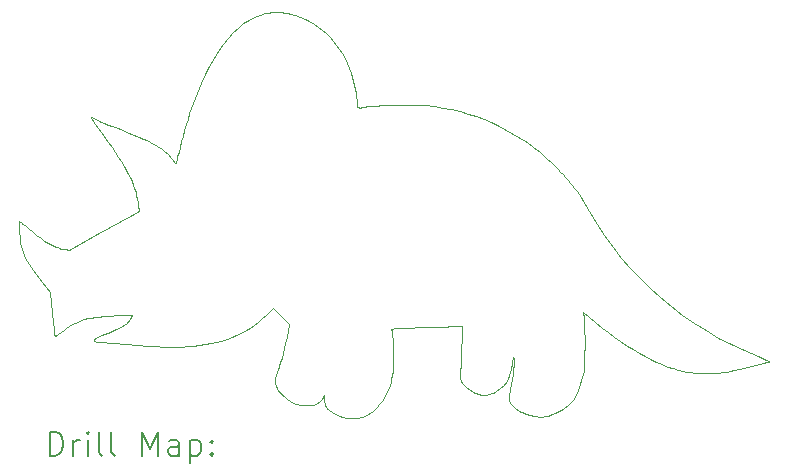
<source format=gbr>
%TF.GenerationSoftware,KiCad,Pcbnew,8.0.6+1*%
%TF.CreationDate,2024-12-11T00:22:32+00:00*%
%TF.ProjectId,Dino-Blinker,44696e6f-2d42-46c6-996e-6b65722e6b69,rev?*%
%TF.SameCoordinates,Original*%
%TF.FileFunction,Drillmap*%
%TF.FilePolarity,Positive*%
%FSLAX45Y45*%
G04 Gerber Fmt 4.5, Leading zero omitted, Abs format (unit mm)*
G04 Created by KiCad (PCBNEW 8.0.6+1) date 2024-12-11 00:22:32*
%MOMM*%
%LPD*%
G01*
G04 APERTURE LIST*
%ADD10C,0.100000*%
%ADD11C,0.200000*%
G04 APERTURE END LIST*
D10*
X13462000Y-8255000D02*
X13478352Y-8255809D01*
X13494752Y-8257134D01*
X13511147Y-8258973D01*
X13527483Y-8261320D01*
X13543706Y-8264174D01*
X13559763Y-8267530D01*
X13575599Y-8271384D01*
X13591161Y-8275734D01*
X13606395Y-8280576D01*
X13648213Y-8296055D01*
X13688528Y-8313706D01*
X13727311Y-8333499D01*
X13764535Y-8355404D01*
X13800170Y-8379392D01*
X13834189Y-8405434D01*
X13866563Y-8433501D01*
X13897264Y-8463561D01*
X13926263Y-8495588D01*
X13953532Y-8529549D01*
X13979043Y-8565417D01*
X14002768Y-8603162D01*
X14024677Y-8642754D01*
X14044742Y-8684163D01*
X14062937Y-8727361D01*
X14079230Y-8772318D01*
X14088127Y-8801322D01*
X14096927Y-8834410D01*
X14105298Y-8869896D01*
X14112905Y-8906098D01*
X14119417Y-8941329D01*
X14124500Y-8973906D01*
X14127821Y-9002144D01*
X14128717Y-9014110D01*
X14129048Y-9024360D01*
X14129098Y-9032179D01*
X14129281Y-9038998D01*
X14129466Y-9042046D01*
X14129738Y-9044860D01*
X14130113Y-9047445D01*
X14130610Y-9049807D01*
X14131246Y-9051951D01*
X14132039Y-9053883D01*
X14133006Y-9055608D01*
X14134165Y-9057131D01*
X14135534Y-9058457D01*
X14137131Y-9059592D01*
X14138972Y-9060542D01*
X14141077Y-9061311D01*
X14143461Y-9061906D01*
X14146144Y-9062331D01*
X14149142Y-9062591D01*
X14152474Y-9062693D01*
X14156157Y-9062641D01*
X14160208Y-9062442D01*
X14164646Y-9062099D01*
X14169488Y-9061619D01*
X14180454Y-9060268D01*
X14193247Y-9058433D01*
X14224883Y-9053477D01*
X14249746Y-9050086D01*
X14278774Y-9047108D01*
X14346908Y-9042400D01*
X14424445Y-9039379D01*
X14506545Y-9038071D01*
X14588369Y-9038502D01*
X14665077Y-9040698D01*
X14731831Y-9044684D01*
X14759962Y-9047357D01*
X14783790Y-9050488D01*
X14857581Y-9063306D01*
X14929802Y-9078426D01*
X15000464Y-9095852D01*
X15069577Y-9115589D01*
X15137153Y-9137643D01*
X15203200Y-9162018D01*
X15267730Y-9188721D01*
X15330753Y-9217754D01*
X15392280Y-9249125D01*
X15452321Y-9282838D01*
X15510886Y-9318897D01*
X15567986Y-9357308D01*
X15623632Y-9398077D01*
X15677834Y-9441208D01*
X15730602Y-9486705D01*
X15781946Y-9534576D01*
X15806644Y-9558815D01*
X15830173Y-9582570D01*
X15852642Y-9605977D01*
X15874155Y-9629177D01*
X15894822Y-9652305D01*
X15914747Y-9675500D01*
X15934037Y-9698900D01*
X15952800Y-9722643D01*
X15971142Y-9746867D01*
X15989169Y-9771709D01*
X16006989Y-9797307D01*
X16024707Y-9823801D01*
X16042431Y-9851326D01*
X16060268Y-9880022D01*
X16096705Y-9941476D01*
X16159060Y-10044656D01*
X16225178Y-10144481D01*
X16295012Y-10240912D01*
X16368520Y-10333911D01*
X16445657Y-10423441D01*
X16526379Y-10509464D01*
X16610642Y-10591941D01*
X16698403Y-10670835D01*
X16789617Y-10746107D01*
X16884239Y-10817721D01*
X16982227Y-10885637D01*
X17083536Y-10949818D01*
X17188122Y-11010227D01*
X17295941Y-11066825D01*
X17406949Y-11119574D01*
X17521102Y-11168436D01*
X17541453Y-11176801D01*
X17560212Y-11184736D01*
X17576985Y-11192058D01*
X17591378Y-11198584D01*
X17602996Y-11204131D01*
X17611445Y-11208516D01*
X17616331Y-11211556D01*
X17617314Y-11212514D01*
X17617420Y-11212843D01*
X17617259Y-11213067D01*
X17602609Y-11217832D01*
X17569946Y-11226743D01*
X17471653Y-11251775D01*
X17364528Y-11277706D01*
X17320824Y-11287742D01*
X17290718Y-11294081D01*
X17266586Y-11298279D01*
X17241842Y-11301919D01*
X17216592Y-11305000D01*
X17190941Y-11307524D01*
X17164996Y-11309490D01*
X17138862Y-11310898D01*
X17086456Y-11312040D01*
X17034571Y-11310949D01*
X17009090Y-11309566D01*
X16984057Y-11307624D01*
X16959579Y-11305125D01*
X16935762Y-11302067D01*
X16912712Y-11298450D01*
X16890535Y-11294275D01*
X16847033Y-11284135D01*
X16802404Y-11271356D01*
X16756711Y-11255974D01*
X16710019Y-11238026D01*
X16662391Y-11217549D01*
X16613889Y-11194579D01*
X16564578Y-11169152D01*
X16514521Y-11141306D01*
X16463780Y-11111076D01*
X16412421Y-11078499D01*
X16360505Y-11043612D01*
X16308097Y-11006451D01*
X16255260Y-10967053D01*
X16202057Y-10925454D01*
X16148552Y-10881691D01*
X16094808Y-10835800D01*
X16046529Y-10793709D01*
X16051393Y-10845496D01*
X16054163Y-10889123D01*
X16055947Y-10946712D01*
X16056784Y-11013003D01*
X16056711Y-11082735D01*
X16055768Y-11150647D01*
X16053995Y-11211477D01*
X16051428Y-11259966D01*
X16048108Y-11290851D01*
X16042965Y-11315840D01*
X16036217Y-11343474D01*
X16028233Y-11372577D01*
X16019382Y-11401976D01*
X16010034Y-11430494D01*
X16000557Y-11456959D01*
X15991321Y-11480193D01*
X15986909Y-11490233D01*
X15982695Y-11499024D01*
X15978619Y-11506669D01*
X15974131Y-11514281D01*
X15969249Y-11521851D01*
X15963985Y-11529368D01*
X15958357Y-11536822D01*
X15952380Y-11544202D01*
X15939436Y-11558698D01*
X15925277Y-11572773D01*
X15910025Y-11586344D01*
X15893802Y-11599327D01*
X15876731Y-11611638D01*
X15858933Y-11623193D01*
X15840532Y-11633909D01*
X15821648Y-11643702D01*
X15802406Y-11652488D01*
X15782926Y-11660184D01*
X15763332Y-11666705D01*
X15743745Y-11671969D01*
X15733993Y-11674103D01*
X15724288Y-11675891D01*
X15709962Y-11678119D01*
X15703515Y-11678972D01*
X15697436Y-11679648D01*
X15691643Y-11680144D01*
X15686055Y-11680458D01*
X15680589Y-11680588D01*
X15675165Y-11680531D01*
X15669699Y-11680286D01*
X15664111Y-11679850D01*
X15658318Y-11679221D01*
X15652239Y-11678396D01*
X15645792Y-11677374D01*
X15638896Y-11676152D01*
X15623427Y-11673099D01*
X15606378Y-11669270D01*
X15589761Y-11664934D01*
X15573622Y-11660115D01*
X15558007Y-11654841D01*
X15542961Y-11649136D01*
X15528533Y-11643025D01*
X15514766Y-11636534D01*
X15501708Y-11629690D01*
X15489405Y-11622516D01*
X15477903Y-11615039D01*
X15467248Y-11607285D01*
X15457486Y-11599278D01*
X15448663Y-11591045D01*
X15440826Y-11582610D01*
X15434021Y-11574000D01*
X15428294Y-11565239D01*
X15424782Y-11559104D01*
X15421737Y-11553394D01*
X15419159Y-11547975D01*
X15418045Y-11545332D01*
X15417048Y-11542711D01*
X15416167Y-11540096D01*
X15415403Y-11537470D01*
X15414756Y-11534815D01*
X15414224Y-11532115D01*
X15413810Y-11529354D01*
X15413511Y-11526514D01*
X15413329Y-11523579D01*
X15413264Y-11520532D01*
X15413314Y-11517356D01*
X15413481Y-11514034D01*
X15413764Y-11510550D01*
X15414164Y-11506887D01*
X15415310Y-11498955D01*
X15416921Y-11490105D01*
X15418995Y-11480203D01*
X15421533Y-11469113D01*
X15424534Y-11456702D01*
X15427998Y-11442835D01*
X15436281Y-11405578D01*
X15443610Y-11364278D01*
X15449739Y-11321509D01*
X15454419Y-11279850D01*
X15457402Y-11241875D01*
X15458440Y-11210161D01*
X15458153Y-11197457D01*
X15457286Y-11187285D01*
X15455809Y-11179965D01*
X15454833Y-11177476D01*
X15453692Y-11175822D01*
X15453435Y-11175652D01*
X15453160Y-11175635D01*
X15452868Y-11175767D01*
X15452559Y-11176044D01*
X15452234Y-11176464D01*
X15451894Y-11177022D01*
X15451172Y-11178541D01*
X15450400Y-11180574D01*
X15449584Y-11183094D01*
X15448732Y-11186073D01*
X15447850Y-11189485D01*
X15446945Y-11193301D01*
X15446024Y-11197494D01*
X15445093Y-11202038D01*
X15444159Y-11206905D01*
X15443229Y-11212067D01*
X15442309Y-11217498D01*
X15441407Y-11223170D01*
X15440529Y-11229055D01*
X15438380Y-11243008D01*
X15436017Y-11256577D01*
X15433445Y-11269749D01*
X15430670Y-11282509D01*
X15427694Y-11294846D01*
X15424524Y-11306744D01*
X15421163Y-11318190D01*
X15417617Y-11329171D01*
X15413890Y-11339672D01*
X15409986Y-11349681D01*
X15405910Y-11359184D01*
X15401667Y-11368167D01*
X15397262Y-11376616D01*
X15392698Y-11384518D01*
X15387982Y-11391859D01*
X15383116Y-11398625D01*
X15373811Y-11410099D01*
X15363875Y-11420982D01*
X15353367Y-11431244D01*
X15342347Y-11440856D01*
X15330873Y-11449787D01*
X15319006Y-11458008D01*
X15306804Y-11465490D01*
X15294327Y-11472202D01*
X15281634Y-11478114D01*
X15268785Y-11483197D01*
X15255838Y-11487422D01*
X15242854Y-11490757D01*
X15229892Y-11493174D01*
X15217011Y-11494643D01*
X15204270Y-11495134D01*
X15197971Y-11495003D01*
X15191729Y-11494617D01*
X15178845Y-11493026D01*
X15165749Y-11490411D01*
X15152537Y-11486834D01*
X15139304Y-11482354D01*
X15126147Y-11477035D01*
X15113162Y-11470938D01*
X15100444Y-11464123D01*
X15088091Y-11456654D01*
X15076198Y-11448591D01*
X15064860Y-11439995D01*
X15054175Y-11430929D01*
X15044238Y-11421454D01*
X15035145Y-11411631D01*
X15026992Y-11401522D01*
X15019875Y-11391188D01*
X15013891Y-11380692D01*
X15011578Y-11376080D01*
X15009559Y-11371791D01*
X15007827Y-11367662D01*
X15007066Y-11365607D01*
X15006373Y-11363530D01*
X15005748Y-11361413D01*
X15005190Y-11359234D01*
X15004698Y-11356973D01*
X15004270Y-11354610D01*
X15003906Y-11352124D01*
X15003605Y-11349495D01*
X15003365Y-11346703D01*
X15003187Y-11343728D01*
X15003068Y-11340549D01*
X15003008Y-11337145D01*
X15003061Y-11329583D01*
X15003337Y-11320881D01*
X15003829Y-11310875D01*
X15004529Y-11299403D01*
X15005429Y-11286302D01*
X15007798Y-11254563D01*
X15010741Y-11206477D01*
X15013145Y-11148964D01*
X15014761Y-11089244D01*
X15015344Y-11034536D01*
X15015304Y-10913820D01*
X14967348Y-10913966D01*
X14931243Y-10914783D01*
X14868388Y-10916898D01*
X14697804Y-10923742D01*
X14532823Y-10930585D01*
X14447332Y-10933517D01*
X14438450Y-10933638D01*
X14434809Y-10933776D01*
X14431665Y-10933989D01*
X14428990Y-10934294D01*
X14426754Y-10934707D01*
X14425792Y-10934959D01*
X14424930Y-10935245D01*
X14424163Y-10935567D01*
X14423489Y-10935926D01*
X14422904Y-10936326D01*
X14422404Y-10936767D01*
X14421986Y-10937253D01*
X14421647Y-10937784D01*
X14421382Y-10938365D01*
X14421188Y-10938995D01*
X14421062Y-10939678D01*
X14421000Y-10940416D01*
X14421055Y-10942065D01*
X14421324Y-10943958D01*
X14421779Y-10946113D01*
X14422393Y-10948546D01*
X14423350Y-10953867D01*
X14424562Y-10963335D01*
X14425978Y-10976423D01*
X14427551Y-10992601D01*
X14430965Y-11032107D01*
X14434412Y-11077619D01*
X14436811Y-11118271D01*
X14438117Y-11157139D01*
X14438313Y-11194307D01*
X14437382Y-11229857D01*
X14435306Y-11263869D01*
X14432067Y-11296426D01*
X14427649Y-11327611D01*
X14422034Y-11357504D01*
X14415204Y-11386189D01*
X14407142Y-11413745D01*
X14397831Y-11440257D01*
X14387253Y-11465805D01*
X14375391Y-11490472D01*
X14362227Y-11514339D01*
X14347745Y-11537488D01*
X14331926Y-11560002D01*
X14325415Y-11568491D01*
X14318573Y-11576865D01*
X14311420Y-11585109D01*
X14303974Y-11593204D01*
X14296254Y-11601137D01*
X14288281Y-11608889D01*
X14280073Y-11616445D01*
X14271649Y-11623788D01*
X14263028Y-11630903D01*
X14254230Y-11637772D01*
X14245274Y-11644380D01*
X14236179Y-11650711D01*
X14226965Y-11656747D01*
X14217650Y-11662473D01*
X14208253Y-11667872D01*
X14198795Y-11672929D01*
X14190337Y-11676812D01*
X14180886Y-11680302D01*
X14170559Y-11683393D01*
X14159474Y-11686078D01*
X14147748Y-11688350D01*
X14135498Y-11690201D01*
X14122841Y-11691626D01*
X14109895Y-11692617D01*
X14096777Y-11693166D01*
X14083603Y-11693268D01*
X14070492Y-11692915D01*
X14057561Y-11692101D01*
X14044926Y-11690818D01*
X14032706Y-11689059D01*
X14021017Y-11686818D01*
X14009976Y-11684087D01*
X14009972Y-11684087D01*
X14000194Y-11681152D01*
X13990288Y-11677780D01*
X13980321Y-11674007D01*
X13970358Y-11669872D01*
X13960462Y-11665413D01*
X13950700Y-11660666D01*
X13941136Y-11655670D01*
X13931836Y-11650463D01*
X13922865Y-11645082D01*
X13914287Y-11639565D01*
X13906168Y-11633949D01*
X13898573Y-11628272D01*
X13891567Y-11622573D01*
X13885215Y-11616888D01*
X13879582Y-11611255D01*
X13874733Y-11605713D01*
X13871516Y-11601673D01*
X13868654Y-11597916D01*
X13866125Y-11594374D01*
X13863911Y-11590976D01*
X13861991Y-11587655D01*
X13861134Y-11586000D01*
X13860343Y-11584339D01*
X13859616Y-11582662D01*
X13858949Y-11580960D01*
X13858341Y-11579226D01*
X13857788Y-11577450D01*
X13857289Y-11575623D01*
X13856840Y-11573737D01*
X13856084Y-11569754D01*
X13855500Y-11565430D01*
X13855068Y-11560697D01*
X13854768Y-11555485D01*
X13854580Y-11549724D01*
X13854483Y-11543347D01*
X13854456Y-11536282D01*
X13854415Y-11522740D01*
X13854230Y-11512577D01*
X13854060Y-11508685D01*
X13853824Y-11505547D01*
X13853513Y-11503130D01*
X13853117Y-11501404D01*
X13852884Y-11500791D01*
X13852627Y-11500339D01*
X13852343Y-11500044D01*
X13852032Y-11499903D01*
X13851693Y-11499911D01*
X13851324Y-11500066D01*
X13850492Y-11500797D01*
X13849526Y-11502066D01*
X13848417Y-11503842D01*
X13845730Y-11508791D01*
X13842637Y-11514484D01*
X13839381Y-11519953D01*
X13835961Y-11525196D01*
X13832376Y-11530216D01*
X13828625Y-11535011D01*
X13824708Y-11539583D01*
X13820623Y-11543931D01*
X13816369Y-11548057D01*
X13811946Y-11551960D01*
X13807351Y-11555641D01*
X13802585Y-11559101D01*
X13797646Y-11562340D01*
X13792533Y-11565357D01*
X13787246Y-11568154D01*
X13781782Y-11570731D01*
X13776142Y-11573089D01*
X13770324Y-11575227D01*
X13764327Y-11577146D01*
X13758151Y-11578847D01*
X13751794Y-11580330D01*
X13745254Y-11581595D01*
X13738533Y-11582643D01*
X13731627Y-11583473D01*
X13724536Y-11584088D01*
X13717260Y-11584486D01*
X13709797Y-11584668D01*
X13702146Y-11584635D01*
X13694306Y-11584387D01*
X13686277Y-11583925D01*
X13678057Y-11583248D01*
X13669645Y-11582358D01*
X13661040Y-11581254D01*
X13649638Y-11579490D01*
X13638646Y-11577419D01*
X13628028Y-11575024D01*
X13617752Y-11572289D01*
X13607784Y-11569196D01*
X13598089Y-11565731D01*
X13588634Y-11561875D01*
X13579385Y-11557613D01*
X13570308Y-11552928D01*
X13561369Y-11547803D01*
X13552534Y-11542222D01*
X13543770Y-11536169D01*
X13535042Y-11529626D01*
X13526317Y-11522578D01*
X13517561Y-11515008D01*
X13508740Y-11506899D01*
X13495864Y-11494206D01*
X13484258Y-11481670D01*
X13473912Y-11469265D01*
X13464820Y-11456961D01*
X13456973Y-11444734D01*
X13453515Y-11438640D01*
X13450364Y-11432554D01*
X13447521Y-11426474D01*
X13444984Y-11420396D01*
X13442753Y-11414316D01*
X13440826Y-11408231D01*
X13439203Y-11402138D01*
X13437882Y-11396034D01*
X13436863Y-11389914D01*
X13436144Y-11383776D01*
X13435724Y-11377616D01*
X13435603Y-11371430D01*
X13435779Y-11365216D01*
X13436252Y-11358970D01*
X13437021Y-11352688D01*
X13438084Y-11346368D01*
X13439440Y-11340005D01*
X13441089Y-11333596D01*
X13443030Y-11327139D01*
X13445261Y-11320629D01*
X13450591Y-11307438D01*
X13455461Y-11295943D01*
X13460476Y-11283099D01*
X13470856Y-11253686D01*
X13481556Y-11219836D01*
X13492397Y-11182191D01*
X13503205Y-11141387D01*
X13513802Y-11098065D01*
X13524013Y-11052865D01*
X13533661Y-11006424D01*
X13555344Y-10897283D01*
X13487885Y-10829094D01*
X13420426Y-10760905D01*
X13361394Y-10817081D01*
X13328336Y-10847171D01*
X13294356Y-10875378D01*
X13259397Y-10901725D01*
X13223400Y-10926234D01*
X13186307Y-10948931D01*
X13148059Y-10969837D01*
X13108598Y-10988976D01*
X13067866Y-11006372D01*
X13025804Y-11022047D01*
X12982354Y-11036026D01*
X12937457Y-11048331D01*
X12891056Y-11058986D01*
X12843091Y-11068014D01*
X12793504Y-11075438D01*
X12742238Y-11081282D01*
X12689233Y-11085569D01*
X12645075Y-11087862D01*
X12599111Y-11088955D01*
X12549299Y-11088773D01*
X12493595Y-11087238D01*
X12429958Y-11084272D01*
X12356347Y-11079800D01*
X12270718Y-11073744D01*
X12171030Y-11066027D01*
X11954403Y-11048773D01*
X11939608Y-11047528D01*
X11933507Y-11046926D01*
X11928198Y-11046308D01*
X11923626Y-11045654D01*
X11919738Y-11044943D01*
X11916478Y-11044152D01*
X11913792Y-11043261D01*
X11911626Y-11042248D01*
X11909926Y-11041091D01*
X11909233Y-11040453D01*
X11908636Y-11039770D01*
X11907703Y-11038263D01*
X11907072Y-11036549D01*
X11906688Y-11034606D01*
X11906498Y-11032413D01*
X11906447Y-11029949D01*
X11906479Y-11028741D01*
X11906581Y-11027570D01*
X11906763Y-11026429D01*
X11907034Y-11025314D01*
X11907402Y-11024220D01*
X11907876Y-11023141D01*
X11908467Y-11022072D01*
X11909182Y-11021007D01*
X11910032Y-11019942D01*
X11911024Y-11018872D01*
X11912169Y-11017790D01*
X11913475Y-11016693D01*
X11914952Y-11015574D01*
X11916607Y-11014428D01*
X11918452Y-11013250D01*
X11920494Y-11012035D01*
X11922743Y-11010778D01*
X11925208Y-11009473D01*
X11927898Y-11008116D01*
X11930821Y-11006700D01*
X11933988Y-11005221D01*
X11937408Y-11003673D01*
X11945039Y-11000351D01*
X11953789Y-10996691D01*
X11963730Y-10992652D01*
X11974934Y-10988193D01*
X11987475Y-10983270D01*
X12024222Y-10968510D01*
X12058172Y-10954050D01*
X12089022Y-10940043D01*
X12116469Y-10926644D01*
X12140209Y-10914008D01*
X12159940Y-10902288D01*
X12168206Y-10896820D01*
X12175356Y-10891639D01*
X12181352Y-10886764D01*
X12186156Y-10882215D01*
X12187966Y-10880253D01*
X12189830Y-10878097D01*
X12191733Y-10875768D01*
X12193662Y-10873287D01*
X12195602Y-10870676D01*
X12197539Y-10867958D01*
X12199459Y-10865154D01*
X12201349Y-10862287D01*
X12203193Y-10859376D01*
X12204978Y-10856446D01*
X12206690Y-10853517D01*
X12208315Y-10850611D01*
X12209838Y-10847750D01*
X12211246Y-10844956D01*
X12212524Y-10842251D01*
X12213658Y-10839656D01*
X12223915Y-10815102D01*
X12182590Y-10818005D01*
X12159237Y-10819392D01*
X12126201Y-10821022D01*
X12087878Y-10822693D01*
X12048660Y-10824200D01*
X12011307Y-10825985D01*
X11975741Y-10828644D01*
X11941847Y-10832217D01*
X11909510Y-10836745D01*
X11878611Y-10842268D01*
X11849036Y-10848827D01*
X11820669Y-10856462D01*
X11793393Y-10865213D01*
X11767091Y-10875122D01*
X11741648Y-10886228D01*
X11716948Y-10898572D01*
X11692875Y-10912194D01*
X11669312Y-10927135D01*
X11646143Y-10943436D01*
X11623252Y-10961136D01*
X11600522Y-10980277D01*
X11597322Y-10983034D01*
X11594212Y-10985623D01*
X11591208Y-10988034D01*
X11588326Y-10990257D01*
X11585583Y-10992283D01*
X11582994Y-10994103D01*
X11580576Y-10995707D01*
X11578344Y-10997085D01*
X11576315Y-10998228D01*
X11574505Y-10999126D01*
X11572930Y-10999770D01*
X11571606Y-11000150D01*
X11570549Y-11000257D01*
X11570126Y-11000205D01*
X11569776Y-11000082D01*
X11569500Y-10999885D01*
X11569301Y-10999614D01*
X11569181Y-10999267D01*
X11569142Y-10998844D01*
X11567531Y-10980808D01*
X11563117Y-10938321D01*
X11548579Y-10805386D01*
X11527976Y-10620885D01*
X11461397Y-10537496D01*
X11434894Y-10503764D01*
X11410781Y-10471883D01*
X11388964Y-10441636D01*
X11369349Y-10412804D01*
X11351841Y-10385172D01*
X11336348Y-10358520D01*
X11322774Y-10332631D01*
X11311026Y-10307289D01*
X11301009Y-10282276D01*
X11292631Y-10257374D01*
X11285797Y-10232366D01*
X11280412Y-10207034D01*
X11276383Y-10181161D01*
X11273617Y-10154530D01*
X11272018Y-10126922D01*
X11271493Y-10098122D01*
X11271447Y-10026565D01*
X11291670Y-10040965D01*
X11297109Y-10045008D01*
X11304843Y-10051003D01*
X11325758Y-10067689D01*
X11351540Y-10088701D01*
X11379314Y-10111718D01*
X11401548Y-10130059D01*
X11422620Y-10146920D01*
X11442647Y-10162363D01*
X11461742Y-10176449D01*
X11480022Y-10189241D01*
X11497601Y-10200799D01*
X11514595Y-10211186D01*
X11531118Y-10220464D01*
X11547287Y-10228693D01*
X11563216Y-10235936D01*
X11579021Y-10242254D01*
X11594816Y-10247710D01*
X11610717Y-10252364D01*
X11626840Y-10256278D01*
X11643299Y-10259515D01*
X11660210Y-10262136D01*
X11695092Y-10266875D01*
X11931408Y-10136246D01*
X12224220Y-9973904D01*
X12280716Y-9942190D01*
X12276244Y-9890148D01*
X12273117Y-9861638D01*
X12268601Y-9833150D01*
X12262624Y-9804535D01*
X12255117Y-9775648D01*
X12246011Y-9746342D01*
X12235235Y-9716471D01*
X12222718Y-9685888D01*
X12208392Y-9654447D01*
X12192185Y-9622001D01*
X12174029Y-9588403D01*
X12153852Y-9553508D01*
X12131585Y-9517168D01*
X12107158Y-9479237D01*
X12080501Y-9439569D01*
X12051544Y-9398017D01*
X12020217Y-9354434D01*
X11960349Y-9271330D01*
X11914009Y-9205089D01*
X11896985Y-9179858D01*
X11884630Y-9160724D01*
X11877373Y-9148313D01*
X11875790Y-9144824D01*
X11875643Y-9143251D01*
X11875856Y-9143128D01*
X11876183Y-9143065D01*
X11876622Y-9143061D01*
X11877169Y-9143116D01*
X11878576Y-9143393D01*
X11880381Y-9143887D01*
X11882557Y-9144588D01*
X11885080Y-9145485D01*
X11887926Y-9146569D01*
X11891069Y-9147829D01*
X11898150Y-9150836D01*
X11906124Y-9154426D01*
X11914793Y-9158518D01*
X11923959Y-9163031D01*
X11943605Y-9172609D01*
X11966028Y-9182944D01*
X11992212Y-9194446D01*
X12023143Y-9207525D01*
X12059805Y-9222592D01*
X12103183Y-9240055D01*
X12214025Y-9283813D01*
X12286798Y-9313394D01*
X12319384Y-9327553D01*
X12349598Y-9341394D01*
X12377562Y-9354994D01*
X12403398Y-9368431D01*
X12427229Y-9381782D01*
X12449175Y-9395124D01*
X12469360Y-9408536D01*
X12487904Y-9422094D01*
X12504930Y-9435875D01*
X12520559Y-9449958D01*
X12534913Y-9464419D01*
X12548115Y-9479336D01*
X12560286Y-9494787D01*
X12571548Y-9510848D01*
X12573436Y-9513640D01*
X12575316Y-9516300D01*
X12577176Y-9518817D01*
X12579005Y-9521180D01*
X12580791Y-9523377D01*
X12582522Y-9525396D01*
X12584186Y-9527226D01*
X12585773Y-9528856D01*
X12587270Y-9530274D01*
X12588665Y-9531468D01*
X12589948Y-9532427D01*
X12591106Y-9533139D01*
X12592127Y-9533593D01*
X12592583Y-9533720D01*
X12593001Y-9533778D01*
X12593379Y-9533766D01*
X12593715Y-9533682D01*
X12594009Y-9533524D01*
X12594258Y-9533293D01*
X12594766Y-9532485D01*
X12595378Y-9531162D01*
X12596085Y-9529353D01*
X12596880Y-9527087D01*
X12598698Y-9521305D01*
X12600768Y-9514056D01*
X12603022Y-9505577D01*
X12605397Y-9496107D01*
X12607826Y-9485884D01*
X12610243Y-9475148D01*
X12618978Y-9437164D01*
X12629478Y-9394722D01*
X12641415Y-9349002D01*
X12654459Y-9301186D01*
X12668283Y-9252454D01*
X12682558Y-9203987D01*
X12696954Y-9156967D01*
X12711143Y-9112574D01*
X12742265Y-9022071D01*
X12774800Y-8936285D01*
X12808704Y-8855277D01*
X12843932Y-8779106D01*
X12880437Y-8707831D01*
X12918175Y-8641514D01*
X12957101Y-8580212D01*
X12997170Y-8523987D01*
X13038336Y-8472897D01*
X13080553Y-8427003D01*
X13123778Y-8386364D01*
X13167964Y-8351040D01*
X13213066Y-8321092D01*
X13259039Y-8296577D01*
X13305839Y-8277557D01*
X13353418Y-8264091D01*
X13367923Y-8261187D01*
X13382853Y-8258824D01*
X13398155Y-8256998D01*
X13413774Y-8255707D01*
X13429657Y-8254945D01*
X13445751Y-8254711D01*
X13462000Y-8255000D01*
D11*
X11527224Y-12009752D02*
X11527224Y-11809752D01*
X11527224Y-11809752D02*
X11574843Y-11809752D01*
X11574843Y-11809752D02*
X11603414Y-11819276D01*
X11603414Y-11819276D02*
X11622462Y-11838323D01*
X11622462Y-11838323D02*
X11631986Y-11857371D01*
X11631986Y-11857371D02*
X11641509Y-11895466D01*
X11641509Y-11895466D02*
X11641509Y-11924038D01*
X11641509Y-11924038D02*
X11631986Y-11962133D01*
X11631986Y-11962133D02*
X11622462Y-11981180D01*
X11622462Y-11981180D02*
X11603414Y-12000228D01*
X11603414Y-12000228D02*
X11574843Y-12009752D01*
X11574843Y-12009752D02*
X11527224Y-12009752D01*
X11727224Y-12009752D02*
X11727224Y-11876419D01*
X11727224Y-11914514D02*
X11736747Y-11895466D01*
X11736747Y-11895466D02*
X11746271Y-11885942D01*
X11746271Y-11885942D02*
X11765319Y-11876419D01*
X11765319Y-11876419D02*
X11784367Y-11876419D01*
X11851033Y-12009752D02*
X11851033Y-11876419D01*
X11851033Y-11809752D02*
X11841509Y-11819276D01*
X11841509Y-11819276D02*
X11851033Y-11828800D01*
X11851033Y-11828800D02*
X11860557Y-11819276D01*
X11860557Y-11819276D02*
X11851033Y-11809752D01*
X11851033Y-11809752D02*
X11851033Y-11828800D01*
X11974843Y-12009752D02*
X11955795Y-12000228D01*
X11955795Y-12000228D02*
X11946271Y-11981180D01*
X11946271Y-11981180D02*
X11946271Y-11809752D01*
X12079605Y-12009752D02*
X12060557Y-12000228D01*
X12060557Y-12000228D02*
X12051033Y-11981180D01*
X12051033Y-11981180D02*
X12051033Y-11809752D01*
X12308176Y-12009752D02*
X12308176Y-11809752D01*
X12308176Y-11809752D02*
X12374843Y-11952609D01*
X12374843Y-11952609D02*
X12441509Y-11809752D01*
X12441509Y-11809752D02*
X12441509Y-12009752D01*
X12622462Y-12009752D02*
X12622462Y-11904990D01*
X12622462Y-11904990D02*
X12612938Y-11885942D01*
X12612938Y-11885942D02*
X12593890Y-11876419D01*
X12593890Y-11876419D02*
X12555795Y-11876419D01*
X12555795Y-11876419D02*
X12536747Y-11885942D01*
X12622462Y-12000228D02*
X12603414Y-12009752D01*
X12603414Y-12009752D02*
X12555795Y-12009752D01*
X12555795Y-12009752D02*
X12536747Y-12000228D01*
X12536747Y-12000228D02*
X12527224Y-11981180D01*
X12527224Y-11981180D02*
X12527224Y-11962133D01*
X12527224Y-11962133D02*
X12536747Y-11943085D01*
X12536747Y-11943085D02*
X12555795Y-11933561D01*
X12555795Y-11933561D02*
X12603414Y-11933561D01*
X12603414Y-11933561D02*
X12622462Y-11924038D01*
X12717700Y-11876419D02*
X12717700Y-12076419D01*
X12717700Y-11885942D02*
X12736747Y-11876419D01*
X12736747Y-11876419D02*
X12774843Y-11876419D01*
X12774843Y-11876419D02*
X12793890Y-11885942D01*
X12793890Y-11885942D02*
X12803414Y-11895466D01*
X12803414Y-11895466D02*
X12812938Y-11914514D01*
X12812938Y-11914514D02*
X12812938Y-11971657D01*
X12812938Y-11971657D02*
X12803414Y-11990704D01*
X12803414Y-11990704D02*
X12793890Y-12000228D01*
X12793890Y-12000228D02*
X12774843Y-12009752D01*
X12774843Y-12009752D02*
X12736747Y-12009752D01*
X12736747Y-12009752D02*
X12717700Y-12000228D01*
X12898652Y-11990704D02*
X12908176Y-12000228D01*
X12908176Y-12000228D02*
X12898652Y-12009752D01*
X12898652Y-12009752D02*
X12889128Y-12000228D01*
X12889128Y-12000228D02*
X12898652Y-11990704D01*
X12898652Y-11990704D02*
X12898652Y-12009752D01*
X12898652Y-11885942D02*
X12908176Y-11895466D01*
X12908176Y-11895466D02*
X12898652Y-11904990D01*
X12898652Y-11904990D02*
X12889128Y-11895466D01*
X12889128Y-11895466D02*
X12898652Y-11885942D01*
X12898652Y-11885942D02*
X12898652Y-11904990D01*
M02*

</source>
